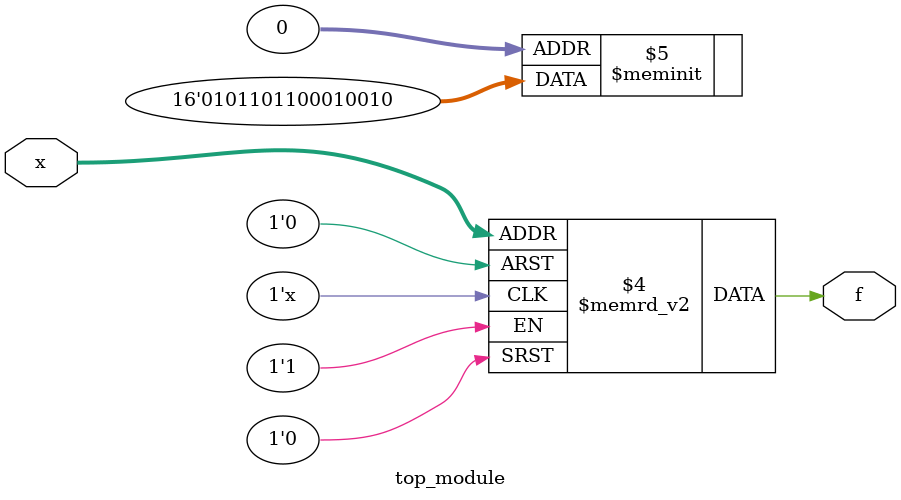
<source format=sv>
module top_module (
	input [4:1] x,
	output logic f
);

// Implementing the function f using a case statement
always_comb begin
	case(x)
		4'b0001: f = 1'b1;
		4'b0010: f = 1'b0;
		4'b0011: f = 1'b0;
		4'b0100: f = 1'b1; // Updated case from 4'b0101 to 4'b0100
		4'b0101: f = 1'b0;
		4'b0110: f = 1'b0;
		4'b0111: f = 1'b0;
		4'b1000: f = 1'b1; // Added missing case
		4'b1001: f = 1'b1; // Added missing case
		4'b1010: f = 1'b0;
		4'b1011: f = 1'b1;
		4'b1100: f = 1'b1;
		4'b1101: f = 1'b0; // Added missing case
		4'b1110: f = 1'b1; // Added missing case
		4'b1111: f = 1'b0; // Added missing case
		default: f = 1'b0;
	endcase
end

endmodule

</source>
